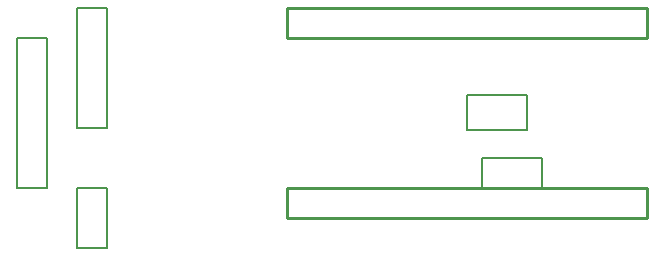
<source format=gto>
G04 Layer: TopSilkLayer*
G04 EasyEDA v6.4.14, 2021-01-21T15:54:09+01:00*
G04 9ce7f4978f28408badebbbb5726e7537,3bf3a0918b454840bcd8ed9ba4aead62,10*
G04 Gerber Generator version 0.2*
G04 Scale: 100 percent, Rotated: No, Reflected: No *
G04 Dimensions in inches *
G04 leading zeros omitted , absolute positions ,3 integer and 6 decimal *
%FSLAX36Y36*%
%MOIN*%

%ADD10C,0.0100*%
%ADD14C,0.0080*%
%ADD15C,0.0080*%
%ADD16C,0.0079*%

%LPD*%
D10*
X2400000Y900000D02*
G01*
X2400000Y800000D01*
X1200000Y900000D02*
G01*
X1200000Y800000D01*
X1200000Y900000D02*
G01*
X2400000Y900000D01*
X1200000Y800000D02*
G01*
X2400000Y800000D01*
X2400000Y300000D02*
G01*
X2400000Y200000D01*
X1200000Y300000D02*
G01*
X1200000Y200000D01*
X1200000Y300000D02*
G01*
X2400000Y300000D01*
X1200000Y200000D02*
G01*
X2400000Y200000D01*
D14*
X300000Y375000D02*
G01*
X300000Y300000D01*
X400000Y300000D01*
X400000Y800000D01*
X300000Y800000D01*
D15*
X300000Y800000D02*
G01*
X300000Y375000D01*
D14*
X500000Y900000D02*
G01*
X600000Y900000D01*
X600000Y500000D01*
X500000Y500000D01*
X500000Y575000D01*
D15*
X500000Y900000D02*
G01*
X500000Y575000D01*
D14*
X500000Y300000D02*
G01*
X600000Y300000D01*
X600000Y100000D01*
X500000Y100000D01*
X500000Y175000D01*
D15*
X500000Y300000D02*
G01*
X500000Y175000D01*
D14*
X2050000Y400000D02*
G01*
X2050000Y300000D01*
X1850000Y300000D01*
X1850000Y400000D01*
X1925000Y400000D01*
D15*
X2050000Y400000D02*
G01*
X1925000Y400000D01*
D16*
X1800000Y609050D02*
G01*
X2000000Y609050D01*
X2000000Y490940D01*
X1800000Y490940D01*
X1800000Y609050D01*
M02*

</source>
